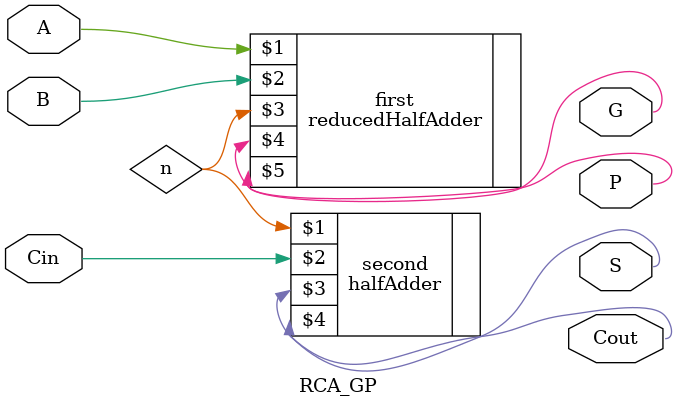
<source format=sv>
module RCA_GP(input logic A, B, Cin, output logic S, Cout, G, P);
  wire n;
  reducedHalfAdder first(A, B, n, G, P);
  halfAdder second(n, Cin, S, Cout);
endmodule

</source>
